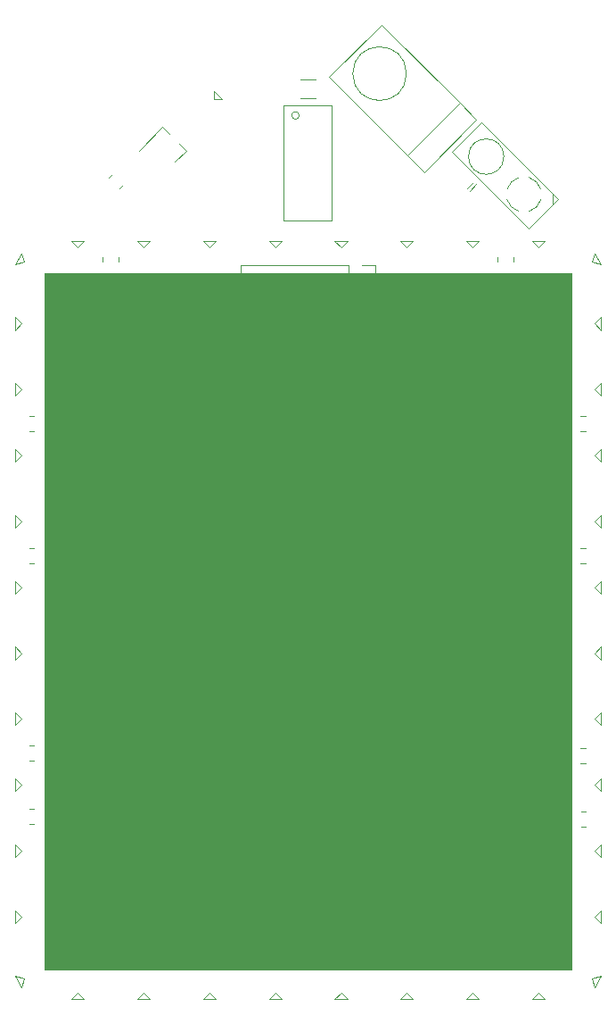
<source format=gbr>
%TF.GenerationSoftware,KiCad,Pcbnew,5.1.9+dfsg1-1+deb11u1*%
%TF.CreationDate,2023-08-15T12:15:31+02:00*%
%TF.ProjectId,label1,6c616265-6c31-42e6-9b69-6361645f7063,rev?*%
%TF.SameCoordinates,Original*%
%TF.FileFunction,Legend,Top*%
%TF.FilePolarity,Positive*%
%FSLAX46Y46*%
G04 Gerber Fmt 4.6, Leading zero omitted, Abs format (unit mm)*
G04 Created by KiCad (PCBNEW 5.1.9+dfsg1-1+deb11u1) date 2023-08-15 12:15:31*
%MOMM*%
%LPD*%
G01*
G04 APERTURE LIST*
%ADD10C,0.100000*%
%ADD11C,0.120000*%
G04 APERTURE END LIST*
D10*
G36*
X80000000Y-120000000D02*
G01*
X30000000Y-120000000D01*
X30000000Y-54000000D01*
X80000000Y-54000000D01*
X80000000Y-120000000D01*
G37*
X80000000Y-120000000D02*
X30000000Y-120000000D01*
X30000000Y-54000000D01*
X80000000Y-54000000D01*
X80000000Y-120000000D01*
D11*
%TO.C,U1*%
X54153553Y-39000000D02*
G75*
G03*
X54153553Y-39000000I-353553J0D01*
G01*
X57250000Y-38050000D02*
X52700000Y-38050000D01*
X57250000Y-48950000D02*
X57250000Y-38050000D01*
X52700000Y-48950000D02*
X57250000Y-48950000D01*
X52700000Y-38050000D02*
X52700000Y-48950000D01*
%TO.C,U2*%
X66035355Y-44378858D02*
X64444365Y-42787868D01*
X70985103Y-39429111D02*
X66035355Y-44378858D01*
X69394113Y-37838120D02*
X70985103Y-39429111D01*
X64444365Y-42787868D02*
X57019744Y-35363247D01*
X69394113Y-37838120D02*
X64444365Y-42787868D01*
X61969491Y-30413499D02*
X69394113Y-37838120D01*
X57019744Y-35363247D02*
X61969491Y-30413499D01*
X64339282Y-35045049D02*
G75*
G03*
X64339282Y-35045049I-2546567J0D01*
G01*
%TO.C,Q1*%
X43404630Y-42329828D02*
X42372254Y-43362203D01*
X41170172Y-40095370D02*
X38935715Y-42329828D01*
X41170172Y-40095370D02*
X41827782Y-40752979D01*
X43404630Y-42329828D02*
X42747021Y-41672218D01*
%TO.C,D41*%
X46070395Y-36711185D02*
X46070395Y-37429605D01*
X46070395Y-37429605D02*
X46788815Y-37429605D01*
X46788815Y-37429605D02*
X46070395Y-36711185D01*
%TO.C,C1*%
X70323223Y-46138909D02*
X70924264Y-45537868D01*
X70712132Y-45325736D02*
X70111091Y-45926777D01*
%TO.C,R13*%
X55727064Y-35590000D02*
X54272936Y-35590000D01*
X55727064Y-37410000D02*
X54272936Y-37410000D01*
%TO.C,J2*%
X73587899Y-42907898D02*
G75*
G03*
X73587899Y-42907898I-1680001J0D01*
G01*
X78752691Y-46924264D02*
X71483633Y-39655206D01*
X75924264Y-49752691D02*
X68655206Y-42483633D01*
X75924264Y-49752691D02*
X78752691Y-46924264D01*
X68655206Y-42483633D02*
X71483633Y-39655206D01*
X78257716Y-47419239D02*
X78257716Y-46429289D01*
X76667482Y-45290965D02*
G75*
G02*
X77107254Y-46008561I-1167482J-1209035D01*
G01*
X77107284Y-46991344D02*
G75*
G02*
X75991439Y-48107254I-1607284J491344D01*
G01*
X75008656Y-48107284D02*
G75*
G02*
X73892746Y-46991439I491344J1607284D01*
G01*
X73892716Y-46008656D02*
G75*
G02*
X75008561Y-44892746I1607284J-491344D01*
G01*
X75991184Y-44893409D02*
G75*
G02*
X76687939Y-45312061I-491184J-1606591D01*
G01*
%TO.C,J1*%
X48590000Y-53170000D02*
X48590000Y-55830000D01*
X58810000Y-53170000D02*
X48590000Y-53170000D01*
X58810000Y-55830000D02*
X48590000Y-55830000D01*
X58810000Y-53170000D02*
X58810000Y-55830000D01*
X60080000Y-53170000D02*
X61410000Y-53170000D01*
X61410000Y-53170000D02*
X61410000Y-54500000D01*
%TO.C,R12*%
X36069718Y-44890835D02*
X36390835Y-44569718D01*
X37109165Y-45930282D02*
X37430282Y-45609165D01*
%TO.C,R10*%
X28977064Y-106235000D02*
X28522936Y-106235000D01*
X28977064Y-104765000D02*
X28522936Y-104765000D01*
%TO.C,R9*%
X28977064Y-100235000D02*
X28522936Y-100235000D01*
X28977064Y-98765000D02*
X28522936Y-98765000D01*
%TO.C,R8*%
X28977064Y-81485000D02*
X28522936Y-81485000D01*
X28977064Y-80015000D02*
X28522936Y-80015000D01*
%TO.C,R7*%
X28977064Y-68985000D02*
X28522936Y-68985000D01*
X28977064Y-67515000D02*
X28522936Y-67515000D01*
%TO.C,R6*%
X36985000Y-52422936D02*
X36985000Y-52877064D01*
X35515000Y-52422936D02*
X35515000Y-52877064D01*
%TO.C,R5*%
X74485000Y-52422936D02*
X74485000Y-52877064D01*
X73015000Y-52422936D02*
X73015000Y-52877064D01*
%TO.C,R4*%
X80872936Y-67515000D02*
X81327064Y-67515000D01*
X80872936Y-68985000D02*
X81327064Y-68985000D01*
%TO.C,R3*%
X80872936Y-80015000D02*
X81327064Y-80015000D01*
X80872936Y-81485000D02*
X81327064Y-81485000D01*
%TO.C,R2*%
X80872936Y-99015000D02*
X81327064Y-99015000D01*
X80872936Y-100485000D02*
X81327064Y-100485000D01*
%TO.C,R1*%
X80922936Y-105015000D02*
X81377064Y-105015000D01*
X80922936Y-106485000D02*
X81377064Y-106485000D01*
%TO.C,D40*%
X27200000Y-101900000D02*
X27800000Y-102500000D01*
X27200000Y-103100000D02*
X27200000Y-101900000D01*
X27800000Y-102500000D02*
X27200000Y-103100000D01*
%TO.C,D39*%
X27200000Y-76900000D02*
X27800000Y-77500000D01*
X27200000Y-78100000D02*
X27200000Y-76900000D01*
X27800000Y-77500000D02*
X27200000Y-78100000D01*
%TO.C,D38*%
X27790192Y-52080385D02*
X28009808Y-52900000D01*
X27190192Y-53119615D02*
X27790192Y-52080385D01*
X28009808Y-52900000D02*
X27190192Y-53119615D01*
%TO.C,D37*%
X52475000Y-50950000D02*
X51875000Y-51550000D01*
X51275000Y-50950000D02*
X52475000Y-50950000D01*
X51875000Y-51550000D02*
X51275000Y-50950000D01*
%TO.C,D36*%
X82800000Y-71850000D02*
X82200000Y-71250000D01*
X82800000Y-70650000D02*
X82800000Y-71850000D01*
X82200000Y-71250000D02*
X82800000Y-70650000D01*
%TO.C,D35*%
X82800000Y-96850000D02*
X82200000Y-96250000D01*
X82800000Y-95650000D02*
X82800000Y-96850000D01*
X82200000Y-96250000D02*
X82800000Y-95650000D01*
%TO.C,D34*%
X82209808Y-121669615D02*
X81990192Y-120850000D01*
X82809808Y-120630385D02*
X82209808Y-121669615D01*
X81990192Y-120850000D02*
X82809808Y-120630385D01*
%TO.C,D33*%
X57525000Y-122800000D02*
X58125000Y-122200000D01*
X58725000Y-122800000D02*
X57525000Y-122800000D01*
X58125000Y-122200000D02*
X58725000Y-122800000D01*
%TO.C,D32*%
X32525000Y-122800000D02*
X33125000Y-122200000D01*
X33725000Y-122800000D02*
X32525000Y-122800000D01*
X33125000Y-122200000D02*
X33725000Y-122800000D01*
%TO.C,D31*%
X27200000Y-83150000D02*
X27800000Y-83750000D01*
X27200000Y-84350000D02*
X27200000Y-83150000D01*
X27800000Y-83750000D02*
X27200000Y-84350000D01*
%TO.C,D30*%
X27200000Y-58150000D02*
X27800000Y-58750000D01*
X27200000Y-59350000D02*
X27200000Y-58150000D01*
X27800000Y-58750000D02*
X27200000Y-59350000D01*
%TO.C,D29*%
X46225000Y-50950000D02*
X45625000Y-51550000D01*
X45025000Y-50950000D02*
X46225000Y-50950000D01*
X45625000Y-51550000D02*
X45025000Y-50950000D01*
%TO.C,D28*%
X77475000Y-50950000D02*
X76875000Y-51550000D01*
X76275000Y-50950000D02*
X77475000Y-50950000D01*
X76875000Y-51550000D02*
X76275000Y-50950000D01*
%TO.C,D27*%
X82800000Y-90600000D02*
X82200000Y-90000000D01*
X82800000Y-89400000D02*
X82800000Y-90600000D01*
X82200000Y-90000000D02*
X82800000Y-89400000D01*
%TO.C,D26*%
X82800000Y-115600000D02*
X82200000Y-115000000D01*
X82800000Y-114400000D02*
X82800000Y-115600000D01*
X82200000Y-115000000D02*
X82800000Y-114400000D01*
%TO.C,D25*%
X63775000Y-122800000D02*
X64375000Y-122200000D01*
X64975000Y-122800000D02*
X63775000Y-122800000D01*
X64375000Y-122200000D02*
X64975000Y-122800000D01*
%TO.C,D24*%
X38775000Y-122800000D02*
X39375000Y-122200000D01*
X39975000Y-122800000D02*
X38775000Y-122800000D01*
X39375000Y-122200000D02*
X39975000Y-122800000D01*
%TO.C,D23*%
X27200000Y-108150000D02*
X27800000Y-108750000D01*
X27200000Y-109350000D02*
X27200000Y-108150000D01*
X27800000Y-108750000D02*
X27200000Y-109350000D01*
%TO.C,D22*%
X27200000Y-64400000D02*
X27800000Y-65000000D01*
X27200000Y-65600000D02*
X27200000Y-64400000D01*
X27800000Y-65000000D02*
X27200000Y-65600000D01*
%TO.C,D21*%
X39975000Y-50950000D02*
X39375000Y-51550000D01*
X38775000Y-50950000D02*
X39975000Y-50950000D01*
X39375000Y-51550000D02*
X38775000Y-50950000D01*
%TO.C,D20*%
X71225000Y-50950000D02*
X70625000Y-51550000D01*
X70025000Y-50950000D02*
X71225000Y-50950000D01*
X70625000Y-51550000D02*
X70025000Y-50950000D01*
%TO.C,D19*%
X82800000Y-65600000D02*
X82200000Y-65000000D01*
X82800000Y-64400000D02*
X82800000Y-65600000D01*
X82200000Y-65000000D02*
X82800000Y-64400000D01*
%TO.C,D18*%
X82800000Y-109350000D02*
X82200000Y-108750000D01*
X82800000Y-108150000D02*
X82800000Y-109350000D01*
X82200000Y-108750000D02*
X82800000Y-108150000D01*
%TO.C,D17*%
X70025000Y-122800000D02*
X70625000Y-122200000D01*
X71225000Y-122800000D02*
X70025000Y-122800000D01*
X70625000Y-122200000D02*
X71225000Y-122800000D01*
%TO.C,D16*%
X45025000Y-122800000D02*
X45625000Y-122200000D01*
X46225000Y-122800000D02*
X45025000Y-122800000D01*
X45625000Y-122200000D02*
X46225000Y-122800000D01*
%TO.C,D15*%
X27200000Y-114400000D02*
X27800000Y-115000000D01*
X27200000Y-115600000D02*
X27200000Y-114400000D01*
X27800000Y-115000000D02*
X27200000Y-115600000D01*
%TO.C,D14*%
X27200000Y-89400000D02*
X27800000Y-90000000D01*
X27200000Y-90600000D02*
X27200000Y-89400000D01*
X27800000Y-90000000D02*
X27200000Y-90600000D01*
%TO.C,D13*%
X33725000Y-50950000D02*
X33125000Y-51550000D01*
X32525000Y-50950000D02*
X33725000Y-50950000D01*
X33125000Y-51550000D02*
X32525000Y-50950000D01*
%TO.C,D12*%
X64975000Y-50950000D02*
X64375000Y-51550000D01*
X63775000Y-50950000D02*
X64975000Y-50950000D01*
X64375000Y-51550000D02*
X63775000Y-50950000D01*
%TO.C,D11*%
X82800000Y-59350000D02*
X82200000Y-58750000D01*
X82800000Y-58150000D02*
X82800000Y-59350000D01*
X82200000Y-58750000D02*
X82800000Y-58150000D01*
%TO.C,D10*%
X82800000Y-84350000D02*
X82200000Y-83750000D01*
X82800000Y-83150000D02*
X82800000Y-84350000D01*
X82200000Y-83750000D02*
X82800000Y-83150000D01*
%TO.C,D9*%
X76275000Y-122800000D02*
X76875000Y-122200000D01*
X77475000Y-122800000D02*
X76275000Y-122800000D01*
X76875000Y-122200000D02*
X77475000Y-122800000D01*
%TO.C,D8*%
X51275000Y-122800000D02*
X51875000Y-122200000D01*
X52475000Y-122800000D02*
X51275000Y-122800000D01*
X51875000Y-122200000D02*
X52475000Y-122800000D01*
%TO.C,D7*%
X27190192Y-120630385D02*
X28009808Y-120850000D01*
X27790192Y-121669615D02*
X27190192Y-120630385D01*
X28009808Y-120850000D02*
X27790192Y-121669615D01*
%TO.C,D6*%
X27200000Y-95650000D02*
X27800000Y-96250000D01*
X27200000Y-96850000D02*
X27200000Y-95650000D01*
X27800000Y-96250000D02*
X27200000Y-96850000D01*
%TO.C,D5*%
X27200000Y-70650000D02*
X27800000Y-71250000D01*
X27200000Y-71850000D02*
X27200000Y-70650000D01*
X27800000Y-71250000D02*
X27200000Y-71850000D01*
%TO.C,D4*%
X58725000Y-50950000D02*
X58125000Y-51550000D01*
X57525000Y-50950000D02*
X58725000Y-50950000D01*
X58125000Y-51550000D02*
X57525000Y-50950000D01*
%TO.C,D3*%
X82809808Y-53119615D02*
X81990192Y-52900000D01*
X82209808Y-52080385D02*
X82809808Y-53119615D01*
X81990192Y-52900000D02*
X82209808Y-52080385D01*
%TO.C,D2*%
X82800000Y-78100000D02*
X82200000Y-77500000D01*
X82800000Y-76900000D02*
X82800000Y-78100000D01*
X82200000Y-77500000D02*
X82800000Y-76900000D01*
%TO.C,D1*%
X82800000Y-103100000D02*
X82200000Y-102500000D01*
X82800000Y-101900000D02*
X82800000Y-103100000D01*
X82200000Y-102500000D02*
X82800000Y-101900000D01*
%TD*%
M02*

</source>
